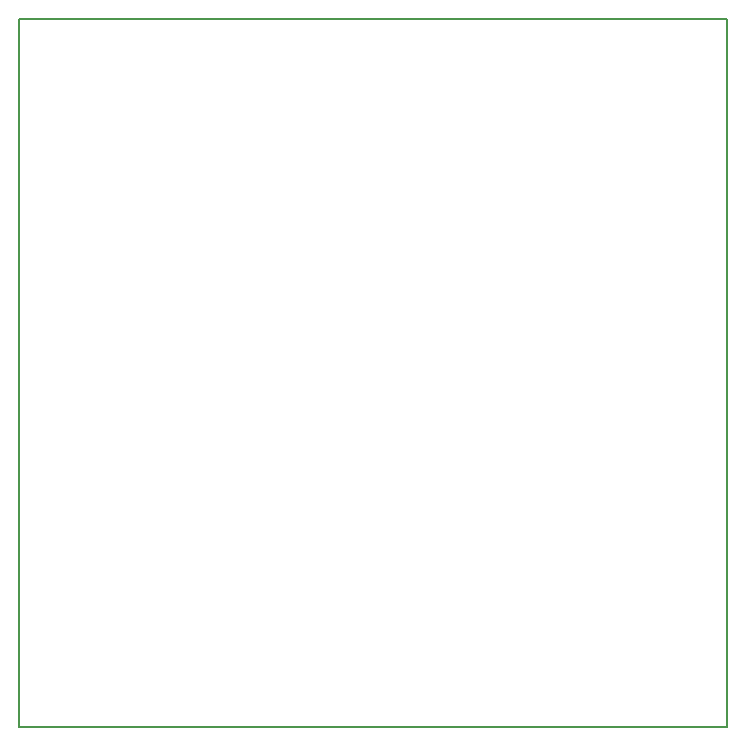
<source format=gbr>
G04 #@! TF.GenerationSoftware,KiCad,Pcbnew,(5.0.0-rc2-dev-720-g9704891c8)*
G04 #@! TF.CreationDate,2018-05-14T16:41:22+09:00*
G04 #@! TF.ProjectId,eeprom_programmer,656570726F6D5F70726F6772616D6D65,rev?*
G04 #@! TF.SameCoordinates,Original*
G04 #@! TF.FileFunction,Profile,NP*
%FSLAX46Y46*%
G04 Gerber Fmt 4.6, Leading zero omitted, Abs format (unit mm)*
G04 Created by KiCad (PCBNEW (5.0.0-rc2-dev-720-g9704891c8)) date 05/14/18 16:41:22*
%MOMM*%
%LPD*%
G01*
G04 APERTURE LIST*
%ADD10C,0.150000*%
G04 APERTURE END LIST*
D10*
X130000000Y-20000000D02*
X70000000Y-20000000D01*
X130000000Y-80000000D02*
X130000000Y-20000000D01*
X70000000Y-80000000D02*
X130000000Y-80000000D01*
X70000000Y-20000000D02*
X70000000Y-80000000D01*
M02*

</source>
